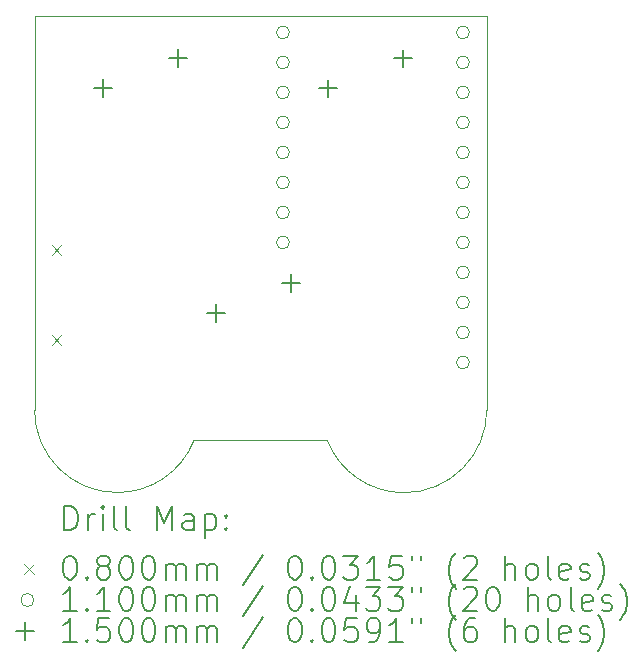
<source format=gbr>
%TF.GenerationSoftware,KiCad,Pcbnew,(6.0.8)*%
%TF.CreationDate,2024-06-02T21:29:24+02:00*%
%TF.ProjectId,micropad,6d696372-6f70-4616-942e-6b696361645f,rev?*%
%TF.SameCoordinates,Original*%
%TF.FileFunction,Drillmap*%
%TF.FilePolarity,Positive*%
%FSLAX45Y45*%
G04 Gerber Fmt 4.5, Leading zero omitted, Abs format (unit mm)*
G04 Created by KiCad (PCBNEW (6.0.8)) date 2024-06-02 21:29:24*
%MOMM*%
%LPD*%
G01*
G04 APERTURE LIST*
%ADD10C,0.100000*%
%ADD11C,0.200000*%
%ADD12C,0.080000*%
%ADD13C,0.110000*%
%ADD14C,0.150000*%
G04 APERTURE END LIST*
D10*
X6418000Y-8440000D02*
G75*
G03*
X7069000Y-8882000I651000J258413D01*
G01*
X4639000Y-8881000D02*
G75*
G03*
X5290000Y-8440000I1852J698266D01*
G01*
X5290000Y-8440000D02*
X6418000Y-8440000D01*
X7770000Y-4845000D02*
X3945000Y-4850000D01*
X3940000Y-8182000D02*
G75*
G03*
X4639000Y-8881000I699000J0D01*
G01*
X7069000Y-8882000D02*
G75*
G03*
X7769000Y-8182000I0J700000D01*
G01*
X3940000Y-8182000D02*
X3945000Y-4850000D01*
X7769000Y-8182000D02*
X7770000Y-4845000D01*
D11*
D12*
X4087000Y-6786000D02*
X4167000Y-6866000D01*
X4167000Y-6786000D02*
X4087000Y-6866000D01*
X4087000Y-7548000D02*
X4167000Y-7628000D01*
X4167000Y-7548000D02*
X4087000Y-7628000D01*
D13*
X6098000Y-4985000D02*
G75*
G03*
X6098000Y-4985000I-55000J0D01*
G01*
X6098000Y-5239000D02*
G75*
G03*
X6098000Y-5239000I-55000J0D01*
G01*
X6098000Y-5493000D02*
G75*
G03*
X6098000Y-5493000I-55000J0D01*
G01*
X6098000Y-5747000D02*
G75*
G03*
X6098000Y-5747000I-55000J0D01*
G01*
X6098000Y-6001000D02*
G75*
G03*
X6098000Y-6001000I-55000J0D01*
G01*
X6098000Y-6255000D02*
G75*
G03*
X6098000Y-6255000I-55000J0D01*
G01*
X6098000Y-6509000D02*
G75*
G03*
X6098000Y-6509000I-55000J0D01*
G01*
X6098000Y-6763000D02*
G75*
G03*
X6098000Y-6763000I-55000J0D01*
G01*
X7622000Y-4985000D02*
G75*
G03*
X7622000Y-4985000I-55000J0D01*
G01*
X7622000Y-5239000D02*
G75*
G03*
X7622000Y-5239000I-55000J0D01*
G01*
X7622000Y-5493000D02*
G75*
G03*
X7622000Y-5493000I-55000J0D01*
G01*
X7622000Y-5747000D02*
G75*
G03*
X7622000Y-5747000I-55000J0D01*
G01*
X7622000Y-6001000D02*
G75*
G03*
X7622000Y-6001000I-55000J0D01*
G01*
X7622000Y-6255000D02*
G75*
G03*
X7622000Y-6255000I-55000J0D01*
G01*
X7622000Y-6509000D02*
G75*
G03*
X7622000Y-6509000I-55000J0D01*
G01*
X7622000Y-6763000D02*
G75*
G03*
X7622000Y-6763000I-55000J0D01*
G01*
X7622000Y-7017000D02*
G75*
G03*
X7622000Y-7017000I-55000J0D01*
G01*
X7622000Y-7271000D02*
G75*
G03*
X7622000Y-7271000I-55000J0D01*
G01*
X7622000Y-7525000D02*
G75*
G03*
X7622000Y-7525000I-55000J0D01*
G01*
X7622000Y-7779000D02*
G75*
G03*
X7622000Y-7779000I-55000J0D01*
G01*
D14*
X4518000Y-5381000D02*
X4518000Y-5531000D01*
X4443000Y-5456000D02*
X4593000Y-5456000D01*
X5153000Y-5127000D02*
X5153000Y-5277000D01*
X5078000Y-5202000D02*
X5228000Y-5202000D01*
X5474000Y-7287000D02*
X5474000Y-7437000D01*
X5399000Y-7362000D02*
X5549000Y-7362000D01*
X6109000Y-7033000D02*
X6109000Y-7183000D01*
X6034000Y-7108000D02*
X6184000Y-7108000D01*
X6425000Y-5385000D02*
X6425000Y-5535000D01*
X6350000Y-5460000D02*
X6500000Y-5460000D01*
X7060000Y-5131000D02*
X7060000Y-5281000D01*
X6985000Y-5206000D02*
X7135000Y-5206000D01*
D11*
X4192619Y-9197476D02*
X4192619Y-8997476D01*
X4240238Y-8997476D01*
X4268810Y-9007000D01*
X4287857Y-9026048D01*
X4297381Y-9045095D01*
X4306905Y-9083190D01*
X4306905Y-9111762D01*
X4297381Y-9149857D01*
X4287857Y-9168905D01*
X4268810Y-9187952D01*
X4240238Y-9197476D01*
X4192619Y-9197476D01*
X4392619Y-9197476D02*
X4392619Y-9064143D01*
X4392619Y-9102238D02*
X4402143Y-9083190D01*
X4411667Y-9073667D01*
X4430714Y-9064143D01*
X4449762Y-9064143D01*
X4516429Y-9197476D02*
X4516429Y-9064143D01*
X4516429Y-8997476D02*
X4506905Y-9007000D01*
X4516429Y-9016524D01*
X4525952Y-9007000D01*
X4516429Y-8997476D01*
X4516429Y-9016524D01*
X4640238Y-9197476D02*
X4621190Y-9187952D01*
X4611667Y-9168905D01*
X4611667Y-8997476D01*
X4745000Y-9197476D02*
X4725952Y-9187952D01*
X4716429Y-9168905D01*
X4716429Y-8997476D01*
X4973571Y-9197476D02*
X4973571Y-8997476D01*
X5040238Y-9140333D01*
X5106905Y-8997476D01*
X5106905Y-9197476D01*
X5287857Y-9197476D02*
X5287857Y-9092714D01*
X5278333Y-9073667D01*
X5259286Y-9064143D01*
X5221190Y-9064143D01*
X5202143Y-9073667D01*
X5287857Y-9187952D02*
X5268810Y-9197476D01*
X5221190Y-9197476D01*
X5202143Y-9187952D01*
X5192619Y-9168905D01*
X5192619Y-9149857D01*
X5202143Y-9130810D01*
X5221190Y-9121286D01*
X5268810Y-9121286D01*
X5287857Y-9111762D01*
X5383095Y-9064143D02*
X5383095Y-9264143D01*
X5383095Y-9073667D02*
X5402143Y-9064143D01*
X5440238Y-9064143D01*
X5459286Y-9073667D01*
X5468810Y-9083190D01*
X5478333Y-9102238D01*
X5478333Y-9159381D01*
X5468810Y-9178429D01*
X5459286Y-9187952D01*
X5440238Y-9197476D01*
X5402143Y-9197476D01*
X5383095Y-9187952D01*
X5564048Y-9178429D02*
X5573571Y-9187952D01*
X5564048Y-9197476D01*
X5554524Y-9187952D01*
X5564048Y-9178429D01*
X5564048Y-9197476D01*
X5564048Y-9073667D02*
X5573571Y-9083190D01*
X5564048Y-9092714D01*
X5554524Y-9083190D01*
X5564048Y-9073667D01*
X5564048Y-9092714D01*
D12*
X3855000Y-9487000D02*
X3935000Y-9567000D01*
X3935000Y-9487000D02*
X3855000Y-9567000D01*
D11*
X4230714Y-9417476D02*
X4249762Y-9417476D01*
X4268810Y-9427000D01*
X4278333Y-9436524D01*
X4287857Y-9455571D01*
X4297381Y-9493667D01*
X4297381Y-9541286D01*
X4287857Y-9579381D01*
X4278333Y-9598429D01*
X4268810Y-9607952D01*
X4249762Y-9617476D01*
X4230714Y-9617476D01*
X4211667Y-9607952D01*
X4202143Y-9598429D01*
X4192619Y-9579381D01*
X4183095Y-9541286D01*
X4183095Y-9493667D01*
X4192619Y-9455571D01*
X4202143Y-9436524D01*
X4211667Y-9427000D01*
X4230714Y-9417476D01*
X4383095Y-9598429D02*
X4392619Y-9607952D01*
X4383095Y-9617476D01*
X4373571Y-9607952D01*
X4383095Y-9598429D01*
X4383095Y-9617476D01*
X4506905Y-9503190D02*
X4487857Y-9493667D01*
X4478333Y-9484143D01*
X4468810Y-9465095D01*
X4468810Y-9455571D01*
X4478333Y-9436524D01*
X4487857Y-9427000D01*
X4506905Y-9417476D01*
X4545000Y-9417476D01*
X4564048Y-9427000D01*
X4573571Y-9436524D01*
X4583095Y-9455571D01*
X4583095Y-9465095D01*
X4573571Y-9484143D01*
X4564048Y-9493667D01*
X4545000Y-9503190D01*
X4506905Y-9503190D01*
X4487857Y-9512714D01*
X4478333Y-9522238D01*
X4468810Y-9541286D01*
X4468810Y-9579381D01*
X4478333Y-9598429D01*
X4487857Y-9607952D01*
X4506905Y-9617476D01*
X4545000Y-9617476D01*
X4564048Y-9607952D01*
X4573571Y-9598429D01*
X4583095Y-9579381D01*
X4583095Y-9541286D01*
X4573571Y-9522238D01*
X4564048Y-9512714D01*
X4545000Y-9503190D01*
X4706905Y-9417476D02*
X4725952Y-9417476D01*
X4745000Y-9427000D01*
X4754524Y-9436524D01*
X4764048Y-9455571D01*
X4773571Y-9493667D01*
X4773571Y-9541286D01*
X4764048Y-9579381D01*
X4754524Y-9598429D01*
X4745000Y-9607952D01*
X4725952Y-9617476D01*
X4706905Y-9617476D01*
X4687857Y-9607952D01*
X4678333Y-9598429D01*
X4668810Y-9579381D01*
X4659286Y-9541286D01*
X4659286Y-9493667D01*
X4668810Y-9455571D01*
X4678333Y-9436524D01*
X4687857Y-9427000D01*
X4706905Y-9417476D01*
X4897381Y-9417476D02*
X4916429Y-9417476D01*
X4935476Y-9427000D01*
X4945000Y-9436524D01*
X4954524Y-9455571D01*
X4964048Y-9493667D01*
X4964048Y-9541286D01*
X4954524Y-9579381D01*
X4945000Y-9598429D01*
X4935476Y-9607952D01*
X4916429Y-9617476D01*
X4897381Y-9617476D01*
X4878333Y-9607952D01*
X4868810Y-9598429D01*
X4859286Y-9579381D01*
X4849762Y-9541286D01*
X4849762Y-9493667D01*
X4859286Y-9455571D01*
X4868810Y-9436524D01*
X4878333Y-9427000D01*
X4897381Y-9417476D01*
X5049762Y-9617476D02*
X5049762Y-9484143D01*
X5049762Y-9503190D02*
X5059286Y-9493667D01*
X5078333Y-9484143D01*
X5106905Y-9484143D01*
X5125952Y-9493667D01*
X5135476Y-9512714D01*
X5135476Y-9617476D01*
X5135476Y-9512714D02*
X5145000Y-9493667D01*
X5164048Y-9484143D01*
X5192619Y-9484143D01*
X5211667Y-9493667D01*
X5221190Y-9512714D01*
X5221190Y-9617476D01*
X5316429Y-9617476D02*
X5316429Y-9484143D01*
X5316429Y-9503190D02*
X5325952Y-9493667D01*
X5345000Y-9484143D01*
X5373571Y-9484143D01*
X5392619Y-9493667D01*
X5402143Y-9512714D01*
X5402143Y-9617476D01*
X5402143Y-9512714D02*
X5411667Y-9493667D01*
X5430714Y-9484143D01*
X5459286Y-9484143D01*
X5478333Y-9493667D01*
X5487857Y-9512714D01*
X5487857Y-9617476D01*
X5878333Y-9407952D02*
X5706905Y-9665095D01*
X6135476Y-9417476D02*
X6154524Y-9417476D01*
X6173571Y-9427000D01*
X6183095Y-9436524D01*
X6192619Y-9455571D01*
X6202143Y-9493667D01*
X6202143Y-9541286D01*
X6192619Y-9579381D01*
X6183095Y-9598429D01*
X6173571Y-9607952D01*
X6154524Y-9617476D01*
X6135476Y-9617476D01*
X6116428Y-9607952D01*
X6106905Y-9598429D01*
X6097381Y-9579381D01*
X6087857Y-9541286D01*
X6087857Y-9493667D01*
X6097381Y-9455571D01*
X6106905Y-9436524D01*
X6116428Y-9427000D01*
X6135476Y-9417476D01*
X6287857Y-9598429D02*
X6297381Y-9607952D01*
X6287857Y-9617476D01*
X6278333Y-9607952D01*
X6287857Y-9598429D01*
X6287857Y-9617476D01*
X6421190Y-9417476D02*
X6440238Y-9417476D01*
X6459286Y-9427000D01*
X6468809Y-9436524D01*
X6478333Y-9455571D01*
X6487857Y-9493667D01*
X6487857Y-9541286D01*
X6478333Y-9579381D01*
X6468809Y-9598429D01*
X6459286Y-9607952D01*
X6440238Y-9617476D01*
X6421190Y-9617476D01*
X6402143Y-9607952D01*
X6392619Y-9598429D01*
X6383095Y-9579381D01*
X6373571Y-9541286D01*
X6373571Y-9493667D01*
X6383095Y-9455571D01*
X6392619Y-9436524D01*
X6402143Y-9427000D01*
X6421190Y-9417476D01*
X6554524Y-9417476D02*
X6678333Y-9417476D01*
X6611667Y-9493667D01*
X6640238Y-9493667D01*
X6659286Y-9503190D01*
X6668809Y-9512714D01*
X6678333Y-9531762D01*
X6678333Y-9579381D01*
X6668809Y-9598429D01*
X6659286Y-9607952D01*
X6640238Y-9617476D01*
X6583095Y-9617476D01*
X6564048Y-9607952D01*
X6554524Y-9598429D01*
X6868809Y-9617476D02*
X6754524Y-9617476D01*
X6811667Y-9617476D02*
X6811667Y-9417476D01*
X6792619Y-9446048D01*
X6773571Y-9465095D01*
X6754524Y-9474619D01*
X7049762Y-9417476D02*
X6954524Y-9417476D01*
X6945000Y-9512714D01*
X6954524Y-9503190D01*
X6973571Y-9493667D01*
X7021190Y-9493667D01*
X7040238Y-9503190D01*
X7049762Y-9512714D01*
X7059286Y-9531762D01*
X7059286Y-9579381D01*
X7049762Y-9598429D01*
X7040238Y-9607952D01*
X7021190Y-9617476D01*
X6973571Y-9617476D01*
X6954524Y-9607952D01*
X6945000Y-9598429D01*
X7135476Y-9417476D02*
X7135476Y-9455571D01*
X7211667Y-9417476D02*
X7211667Y-9455571D01*
X7506905Y-9693667D02*
X7497381Y-9684143D01*
X7478333Y-9655571D01*
X7468809Y-9636524D01*
X7459286Y-9607952D01*
X7449762Y-9560333D01*
X7449762Y-9522238D01*
X7459286Y-9474619D01*
X7468809Y-9446048D01*
X7478333Y-9427000D01*
X7497381Y-9398429D01*
X7506905Y-9388905D01*
X7573571Y-9436524D02*
X7583095Y-9427000D01*
X7602143Y-9417476D01*
X7649762Y-9417476D01*
X7668809Y-9427000D01*
X7678333Y-9436524D01*
X7687857Y-9455571D01*
X7687857Y-9474619D01*
X7678333Y-9503190D01*
X7564048Y-9617476D01*
X7687857Y-9617476D01*
X7925952Y-9617476D02*
X7925952Y-9417476D01*
X8011667Y-9617476D02*
X8011667Y-9512714D01*
X8002143Y-9493667D01*
X7983095Y-9484143D01*
X7954524Y-9484143D01*
X7935476Y-9493667D01*
X7925952Y-9503190D01*
X8135476Y-9617476D02*
X8116428Y-9607952D01*
X8106905Y-9598429D01*
X8097381Y-9579381D01*
X8097381Y-9522238D01*
X8106905Y-9503190D01*
X8116428Y-9493667D01*
X8135476Y-9484143D01*
X8164048Y-9484143D01*
X8183095Y-9493667D01*
X8192619Y-9503190D01*
X8202143Y-9522238D01*
X8202143Y-9579381D01*
X8192619Y-9598429D01*
X8183095Y-9607952D01*
X8164048Y-9617476D01*
X8135476Y-9617476D01*
X8316428Y-9617476D02*
X8297381Y-9607952D01*
X8287857Y-9588905D01*
X8287857Y-9417476D01*
X8468810Y-9607952D02*
X8449762Y-9617476D01*
X8411667Y-9617476D01*
X8392619Y-9607952D01*
X8383095Y-9588905D01*
X8383095Y-9512714D01*
X8392619Y-9493667D01*
X8411667Y-9484143D01*
X8449762Y-9484143D01*
X8468810Y-9493667D01*
X8478333Y-9512714D01*
X8478333Y-9531762D01*
X8383095Y-9550810D01*
X8554524Y-9607952D02*
X8573571Y-9617476D01*
X8611667Y-9617476D01*
X8630714Y-9607952D01*
X8640238Y-9588905D01*
X8640238Y-9579381D01*
X8630714Y-9560333D01*
X8611667Y-9550810D01*
X8583095Y-9550810D01*
X8564048Y-9541286D01*
X8554524Y-9522238D01*
X8554524Y-9512714D01*
X8564048Y-9493667D01*
X8583095Y-9484143D01*
X8611667Y-9484143D01*
X8630714Y-9493667D01*
X8706905Y-9693667D02*
X8716429Y-9684143D01*
X8735476Y-9655571D01*
X8745000Y-9636524D01*
X8754524Y-9607952D01*
X8764048Y-9560333D01*
X8764048Y-9522238D01*
X8754524Y-9474619D01*
X8745000Y-9446048D01*
X8735476Y-9427000D01*
X8716429Y-9398429D01*
X8706905Y-9388905D01*
D13*
X3935000Y-9791000D02*
G75*
G03*
X3935000Y-9791000I-55000J0D01*
G01*
D11*
X4297381Y-9881476D02*
X4183095Y-9881476D01*
X4240238Y-9881476D02*
X4240238Y-9681476D01*
X4221190Y-9710048D01*
X4202143Y-9729095D01*
X4183095Y-9738619D01*
X4383095Y-9862429D02*
X4392619Y-9871952D01*
X4383095Y-9881476D01*
X4373571Y-9871952D01*
X4383095Y-9862429D01*
X4383095Y-9881476D01*
X4583095Y-9881476D02*
X4468810Y-9881476D01*
X4525952Y-9881476D02*
X4525952Y-9681476D01*
X4506905Y-9710048D01*
X4487857Y-9729095D01*
X4468810Y-9738619D01*
X4706905Y-9681476D02*
X4725952Y-9681476D01*
X4745000Y-9691000D01*
X4754524Y-9700524D01*
X4764048Y-9719571D01*
X4773571Y-9757667D01*
X4773571Y-9805286D01*
X4764048Y-9843381D01*
X4754524Y-9862429D01*
X4745000Y-9871952D01*
X4725952Y-9881476D01*
X4706905Y-9881476D01*
X4687857Y-9871952D01*
X4678333Y-9862429D01*
X4668810Y-9843381D01*
X4659286Y-9805286D01*
X4659286Y-9757667D01*
X4668810Y-9719571D01*
X4678333Y-9700524D01*
X4687857Y-9691000D01*
X4706905Y-9681476D01*
X4897381Y-9681476D02*
X4916429Y-9681476D01*
X4935476Y-9691000D01*
X4945000Y-9700524D01*
X4954524Y-9719571D01*
X4964048Y-9757667D01*
X4964048Y-9805286D01*
X4954524Y-9843381D01*
X4945000Y-9862429D01*
X4935476Y-9871952D01*
X4916429Y-9881476D01*
X4897381Y-9881476D01*
X4878333Y-9871952D01*
X4868810Y-9862429D01*
X4859286Y-9843381D01*
X4849762Y-9805286D01*
X4849762Y-9757667D01*
X4859286Y-9719571D01*
X4868810Y-9700524D01*
X4878333Y-9691000D01*
X4897381Y-9681476D01*
X5049762Y-9881476D02*
X5049762Y-9748143D01*
X5049762Y-9767190D02*
X5059286Y-9757667D01*
X5078333Y-9748143D01*
X5106905Y-9748143D01*
X5125952Y-9757667D01*
X5135476Y-9776714D01*
X5135476Y-9881476D01*
X5135476Y-9776714D02*
X5145000Y-9757667D01*
X5164048Y-9748143D01*
X5192619Y-9748143D01*
X5211667Y-9757667D01*
X5221190Y-9776714D01*
X5221190Y-9881476D01*
X5316429Y-9881476D02*
X5316429Y-9748143D01*
X5316429Y-9767190D02*
X5325952Y-9757667D01*
X5345000Y-9748143D01*
X5373571Y-9748143D01*
X5392619Y-9757667D01*
X5402143Y-9776714D01*
X5402143Y-9881476D01*
X5402143Y-9776714D02*
X5411667Y-9757667D01*
X5430714Y-9748143D01*
X5459286Y-9748143D01*
X5478333Y-9757667D01*
X5487857Y-9776714D01*
X5487857Y-9881476D01*
X5878333Y-9671952D02*
X5706905Y-9929095D01*
X6135476Y-9681476D02*
X6154524Y-9681476D01*
X6173571Y-9691000D01*
X6183095Y-9700524D01*
X6192619Y-9719571D01*
X6202143Y-9757667D01*
X6202143Y-9805286D01*
X6192619Y-9843381D01*
X6183095Y-9862429D01*
X6173571Y-9871952D01*
X6154524Y-9881476D01*
X6135476Y-9881476D01*
X6116428Y-9871952D01*
X6106905Y-9862429D01*
X6097381Y-9843381D01*
X6087857Y-9805286D01*
X6087857Y-9757667D01*
X6097381Y-9719571D01*
X6106905Y-9700524D01*
X6116428Y-9691000D01*
X6135476Y-9681476D01*
X6287857Y-9862429D02*
X6297381Y-9871952D01*
X6287857Y-9881476D01*
X6278333Y-9871952D01*
X6287857Y-9862429D01*
X6287857Y-9881476D01*
X6421190Y-9681476D02*
X6440238Y-9681476D01*
X6459286Y-9691000D01*
X6468809Y-9700524D01*
X6478333Y-9719571D01*
X6487857Y-9757667D01*
X6487857Y-9805286D01*
X6478333Y-9843381D01*
X6468809Y-9862429D01*
X6459286Y-9871952D01*
X6440238Y-9881476D01*
X6421190Y-9881476D01*
X6402143Y-9871952D01*
X6392619Y-9862429D01*
X6383095Y-9843381D01*
X6373571Y-9805286D01*
X6373571Y-9757667D01*
X6383095Y-9719571D01*
X6392619Y-9700524D01*
X6402143Y-9691000D01*
X6421190Y-9681476D01*
X6659286Y-9748143D02*
X6659286Y-9881476D01*
X6611667Y-9671952D02*
X6564048Y-9814810D01*
X6687857Y-9814810D01*
X6745000Y-9681476D02*
X6868809Y-9681476D01*
X6802143Y-9757667D01*
X6830714Y-9757667D01*
X6849762Y-9767190D01*
X6859286Y-9776714D01*
X6868809Y-9795762D01*
X6868809Y-9843381D01*
X6859286Y-9862429D01*
X6849762Y-9871952D01*
X6830714Y-9881476D01*
X6773571Y-9881476D01*
X6754524Y-9871952D01*
X6745000Y-9862429D01*
X6935476Y-9681476D02*
X7059286Y-9681476D01*
X6992619Y-9757667D01*
X7021190Y-9757667D01*
X7040238Y-9767190D01*
X7049762Y-9776714D01*
X7059286Y-9795762D01*
X7059286Y-9843381D01*
X7049762Y-9862429D01*
X7040238Y-9871952D01*
X7021190Y-9881476D01*
X6964048Y-9881476D01*
X6945000Y-9871952D01*
X6935476Y-9862429D01*
X7135476Y-9681476D02*
X7135476Y-9719571D01*
X7211667Y-9681476D02*
X7211667Y-9719571D01*
X7506905Y-9957667D02*
X7497381Y-9948143D01*
X7478333Y-9919571D01*
X7468809Y-9900524D01*
X7459286Y-9871952D01*
X7449762Y-9824333D01*
X7449762Y-9786238D01*
X7459286Y-9738619D01*
X7468809Y-9710048D01*
X7478333Y-9691000D01*
X7497381Y-9662429D01*
X7506905Y-9652905D01*
X7573571Y-9700524D02*
X7583095Y-9691000D01*
X7602143Y-9681476D01*
X7649762Y-9681476D01*
X7668809Y-9691000D01*
X7678333Y-9700524D01*
X7687857Y-9719571D01*
X7687857Y-9738619D01*
X7678333Y-9767190D01*
X7564048Y-9881476D01*
X7687857Y-9881476D01*
X7811667Y-9681476D02*
X7830714Y-9681476D01*
X7849762Y-9691000D01*
X7859286Y-9700524D01*
X7868809Y-9719571D01*
X7878333Y-9757667D01*
X7878333Y-9805286D01*
X7868809Y-9843381D01*
X7859286Y-9862429D01*
X7849762Y-9871952D01*
X7830714Y-9881476D01*
X7811667Y-9881476D01*
X7792619Y-9871952D01*
X7783095Y-9862429D01*
X7773571Y-9843381D01*
X7764048Y-9805286D01*
X7764048Y-9757667D01*
X7773571Y-9719571D01*
X7783095Y-9700524D01*
X7792619Y-9691000D01*
X7811667Y-9681476D01*
X8116428Y-9881476D02*
X8116428Y-9681476D01*
X8202143Y-9881476D02*
X8202143Y-9776714D01*
X8192619Y-9757667D01*
X8173571Y-9748143D01*
X8145000Y-9748143D01*
X8125952Y-9757667D01*
X8116428Y-9767190D01*
X8325952Y-9881476D02*
X8306905Y-9871952D01*
X8297381Y-9862429D01*
X8287857Y-9843381D01*
X8287857Y-9786238D01*
X8297381Y-9767190D01*
X8306905Y-9757667D01*
X8325952Y-9748143D01*
X8354524Y-9748143D01*
X8373571Y-9757667D01*
X8383095Y-9767190D01*
X8392619Y-9786238D01*
X8392619Y-9843381D01*
X8383095Y-9862429D01*
X8373571Y-9871952D01*
X8354524Y-9881476D01*
X8325952Y-9881476D01*
X8506905Y-9881476D02*
X8487857Y-9871952D01*
X8478333Y-9852905D01*
X8478333Y-9681476D01*
X8659286Y-9871952D02*
X8640238Y-9881476D01*
X8602143Y-9881476D01*
X8583095Y-9871952D01*
X8573571Y-9852905D01*
X8573571Y-9776714D01*
X8583095Y-9757667D01*
X8602143Y-9748143D01*
X8640238Y-9748143D01*
X8659286Y-9757667D01*
X8668810Y-9776714D01*
X8668810Y-9795762D01*
X8573571Y-9814810D01*
X8745000Y-9871952D02*
X8764048Y-9881476D01*
X8802143Y-9881476D01*
X8821190Y-9871952D01*
X8830714Y-9852905D01*
X8830714Y-9843381D01*
X8821190Y-9824333D01*
X8802143Y-9814810D01*
X8773571Y-9814810D01*
X8754524Y-9805286D01*
X8745000Y-9786238D01*
X8745000Y-9776714D01*
X8754524Y-9757667D01*
X8773571Y-9748143D01*
X8802143Y-9748143D01*
X8821190Y-9757667D01*
X8897381Y-9957667D02*
X8906905Y-9948143D01*
X8925952Y-9919571D01*
X8935476Y-9900524D01*
X8945000Y-9871952D01*
X8954524Y-9824333D01*
X8954524Y-9786238D01*
X8945000Y-9738619D01*
X8935476Y-9710048D01*
X8925952Y-9691000D01*
X8906905Y-9662429D01*
X8897381Y-9652905D01*
D14*
X3860000Y-9980000D02*
X3860000Y-10130000D01*
X3785000Y-10055000D02*
X3935000Y-10055000D01*
D11*
X4297381Y-10145476D02*
X4183095Y-10145476D01*
X4240238Y-10145476D02*
X4240238Y-9945476D01*
X4221190Y-9974048D01*
X4202143Y-9993095D01*
X4183095Y-10002619D01*
X4383095Y-10126429D02*
X4392619Y-10135952D01*
X4383095Y-10145476D01*
X4373571Y-10135952D01*
X4383095Y-10126429D01*
X4383095Y-10145476D01*
X4573571Y-9945476D02*
X4478333Y-9945476D01*
X4468810Y-10040714D01*
X4478333Y-10031190D01*
X4497381Y-10021667D01*
X4545000Y-10021667D01*
X4564048Y-10031190D01*
X4573571Y-10040714D01*
X4583095Y-10059762D01*
X4583095Y-10107381D01*
X4573571Y-10126429D01*
X4564048Y-10135952D01*
X4545000Y-10145476D01*
X4497381Y-10145476D01*
X4478333Y-10135952D01*
X4468810Y-10126429D01*
X4706905Y-9945476D02*
X4725952Y-9945476D01*
X4745000Y-9955000D01*
X4754524Y-9964524D01*
X4764048Y-9983571D01*
X4773571Y-10021667D01*
X4773571Y-10069286D01*
X4764048Y-10107381D01*
X4754524Y-10126429D01*
X4745000Y-10135952D01*
X4725952Y-10145476D01*
X4706905Y-10145476D01*
X4687857Y-10135952D01*
X4678333Y-10126429D01*
X4668810Y-10107381D01*
X4659286Y-10069286D01*
X4659286Y-10021667D01*
X4668810Y-9983571D01*
X4678333Y-9964524D01*
X4687857Y-9955000D01*
X4706905Y-9945476D01*
X4897381Y-9945476D02*
X4916429Y-9945476D01*
X4935476Y-9955000D01*
X4945000Y-9964524D01*
X4954524Y-9983571D01*
X4964048Y-10021667D01*
X4964048Y-10069286D01*
X4954524Y-10107381D01*
X4945000Y-10126429D01*
X4935476Y-10135952D01*
X4916429Y-10145476D01*
X4897381Y-10145476D01*
X4878333Y-10135952D01*
X4868810Y-10126429D01*
X4859286Y-10107381D01*
X4849762Y-10069286D01*
X4849762Y-10021667D01*
X4859286Y-9983571D01*
X4868810Y-9964524D01*
X4878333Y-9955000D01*
X4897381Y-9945476D01*
X5049762Y-10145476D02*
X5049762Y-10012143D01*
X5049762Y-10031190D02*
X5059286Y-10021667D01*
X5078333Y-10012143D01*
X5106905Y-10012143D01*
X5125952Y-10021667D01*
X5135476Y-10040714D01*
X5135476Y-10145476D01*
X5135476Y-10040714D02*
X5145000Y-10021667D01*
X5164048Y-10012143D01*
X5192619Y-10012143D01*
X5211667Y-10021667D01*
X5221190Y-10040714D01*
X5221190Y-10145476D01*
X5316429Y-10145476D02*
X5316429Y-10012143D01*
X5316429Y-10031190D02*
X5325952Y-10021667D01*
X5345000Y-10012143D01*
X5373571Y-10012143D01*
X5392619Y-10021667D01*
X5402143Y-10040714D01*
X5402143Y-10145476D01*
X5402143Y-10040714D02*
X5411667Y-10021667D01*
X5430714Y-10012143D01*
X5459286Y-10012143D01*
X5478333Y-10021667D01*
X5487857Y-10040714D01*
X5487857Y-10145476D01*
X5878333Y-9935952D02*
X5706905Y-10193095D01*
X6135476Y-9945476D02*
X6154524Y-9945476D01*
X6173571Y-9955000D01*
X6183095Y-9964524D01*
X6192619Y-9983571D01*
X6202143Y-10021667D01*
X6202143Y-10069286D01*
X6192619Y-10107381D01*
X6183095Y-10126429D01*
X6173571Y-10135952D01*
X6154524Y-10145476D01*
X6135476Y-10145476D01*
X6116428Y-10135952D01*
X6106905Y-10126429D01*
X6097381Y-10107381D01*
X6087857Y-10069286D01*
X6087857Y-10021667D01*
X6097381Y-9983571D01*
X6106905Y-9964524D01*
X6116428Y-9955000D01*
X6135476Y-9945476D01*
X6287857Y-10126429D02*
X6297381Y-10135952D01*
X6287857Y-10145476D01*
X6278333Y-10135952D01*
X6287857Y-10126429D01*
X6287857Y-10145476D01*
X6421190Y-9945476D02*
X6440238Y-9945476D01*
X6459286Y-9955000D01*
X6468809Y-9964524D01*
X6478333Y-9983571D01*
X6487857Y-10021667D01*
X6487857Y-10069286D01*
X6478333Y-10107381D01*
X6468809Y-10126429D01*
X6459286Y-10135952D01*
X6440238Y-10145476D01*
X6421190Y-10145476D01*
X6402143Y-10135952D01*
X6392619Y-10126429D01*
X6383095Y-10107381D01*
X6373571Y-10069286D01*
X6373571Y-10021667D01*
X6383095Y-9983571D01*
X6392619Y-9964524D01*
X6402143Y-9955000D01*
X6421190Y-9945476D01*
X6668809Y-9945476D02*
X6573571Y-9945476D01*
X6564048Y-10040714D01*
X6573571Y-10031190D01*
X6592619Y-10021667D01*
X6640238Y-10021667D01*
X6659286Y-10031190D01*
X6668809Y-10040714D01*
X6678333Y-10059762D01*
X6678333Y-10107381D01*
X6668809Y-10126429D01*
X6659286Y-10135952D01*
X6640238Y-10145476D01*
X6592619Y-10145476D01*
X6573571Y-10135952D01*
X6564048Y-10126429D01*
X6773571Y-10145476D02*
X6811667Y-10145476D01*
X6830714Y-10135952D01*
X6840238Y-10126429D01*
X6859286Y-10097857D01*
X6868809Y-10059762D01*
X6868809Y-9983571D01*
X6859286Y-9964524D01*
X6849762Y-9955000D01*
X6830714Y-9945476D01*
X6792619Y-9945476D01*
X6773571Y-9955000D01*
X6764048Y-9964524D01*
X6754524Y-9983571D01*
X6754524Y-10031190D01*
X6764048Y-10050238D01*
X6773571Y-10059762D01*
X6792619Y-10069286D01*
X6830714Y-10069286D01*
X6849762Y-10059762D01*
X6859286Y-10050238D01*
X6868809Y-10031190D01*
X7059286Y-10145476D02*
X6945000Y-10145476D01*
X7002143Y-10145476D02*
X7002143Y-9945476D01*
X6983095Y-9974048D01*
X6964048Y-9993095D01*
X6945000Y-10002619D01*
X7135476Y-9945476D02*
X7135476Y-9983571D01*
X7211667Y-9945476D02*
X7211667Y-9983571D01*
X7506905Y-10221667D02*
X7497381Y-10212143D01*
X7478333Y-10183571D01*
X7468809Y-10164524D01*
X7459286Y-10135952D01*
X7449762Y-10088333D01*
X7449762Y-10050238D01*
X7459286Y-10002619D01*
X7468809Y-9974048D01*
X7478333Y-9955000D01*
X7497381Y-9926429D01*
X7506905Y-9916905D01*
X7668809Y-9945476D02*
X7630714Y-9945476D01*
X7611667Y-9955000D01*
X7602143Y-9964524D01*
X7583095Y-9993095D01*
X7573571Y-10031190D01*
X7573571Y-10107381D01*
X7583095Y-10126429D01*
X7592619Y-10135952D01*
X7611667Y-10145476D01*
X7649762Y-10145476D01*
X7668809Y-10135952D01*
X7678333Y-10126429D01*
X7687857Y-10107381D01*
X7687857Y-10059762D01*
X7678333Y-10040714D01*
X7668809Y-10031190D01*
X7649762Y-10021667D01*
X7611667Y-10021667D01*
X7592619Y-10031190D01*
X7583095Y-10040714D01*
X7573571Y-10059762D01*
X7925952Y-10145476D02*
X7925952Y-9945476D01*
X8011667Y-10145476D02*
X8011667Y-10040714D01*
X8002143Y-10021667D01*
X7983095Y-10012143D01*
X7954524Y-10012143D01*
X7935476Y-10021667D01*
X7925952Y-10031190D01*
X8135476Y-10145476D02*
X8116428Y-10135952D01*
X8106905Y-10126429D01*
X8097381Y-10107381D01*
X8097381Y-10050238D01*
X8106905Y-10031190D01*
X8116428Y-10021667D01*
X8135476Y-10012143D01*
X8164048Y-10012143D01*
X8183095Y-10021667D01*
X8192619Y-10031190D01*
X8202143Y-10050238D01*
X8202143Y-10107381D01*
X8192619Y-10126429D01*
X8183095Y-10135952D01*
X8164048Y-10145476D01*
X8135476Y-10145476D01*
X8316428Y-10145476D02*
X8297381Y-10135952D01*
X8287857Y-10116905D01*
X8287857Y-9945476D01*
X8468810Y-10135952D02*
X8449762Y-10145476D01*
X8411667Y-10145476D01*
X8392619Y-10135952D01*
X8383095Y-10116905D01*
X8383095Y-10040714D01*
X8392619Y-10021667D01*
X8411667Y-10012143D01*
X8449762Y-10012143D01*
X8468810Y-10021667D01*
X8478333Y-10040714D01*
X8478333Y-10059762D01*
X8383095Y-10078810D01*
X8554524Y-10135952D02*
X8573571Y-10145476D01*
X8611667Y-10145476D01*
X8630714Y-10135952D01*
X8640238Y-10116905D01*
X8640238Y-10107381D01*
X8630714Y-10088333D01*
X8611667Y-10078810D01*
X8583095Y-10078810D01*
X8564048Y-10069286D01*
X8554524Y-10050238D01*
X8554524Y-10040714D01*
X8564048Y-10021667D01*
X8583095Y-10012143D01*
X8611667Y-10012143D01*
X8630714Y-10021667D01*
X8706905Y-10221667D02*
X8716429Y-10212143D01*
X8735476Y-10183571D01*
X8745000Y-10164524D01*
X8754524Y-10135952D01*
X8764048Y-10088333D01*
X8764048Y-10050238D01*
X8754524Y-10002619D01*
X8745000Y-9974048D01*
X8735476Y-9955000D01*
X8716429Y-9926429D01*
X8706905Y-9916905D01*
M02*

</source>
